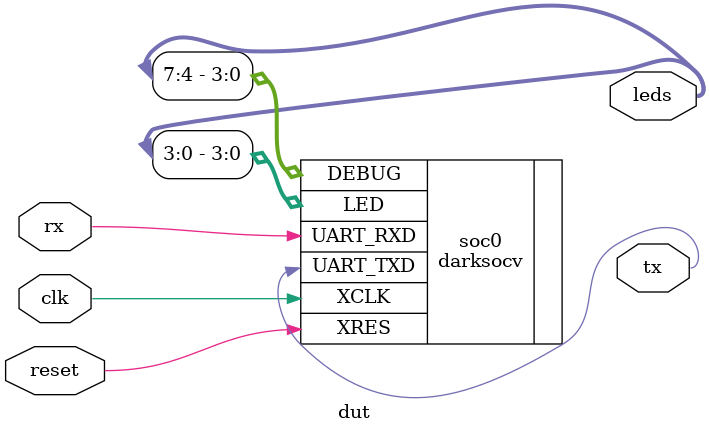
<source format=v>
`timescale 1ns / 1ps
`include "../../rtl/config.vh"

module dut (
    input rx,
    output tx,
    output [7:0] leds,
    input reset,
    input clk
);

	 darksocv soc0 (
		.UART_RXD(rx),  // UART receive line
		.UART_TXD(tx),  // UART transmit line

		.LED(leds[3:0]),       // on-board leds
		.DEBUG(leds[7:4]),      // osciloscope

		.XCLK(clk),      // external clock
		.XRES(reset)      // external reset
	);
endmodule

</source>
